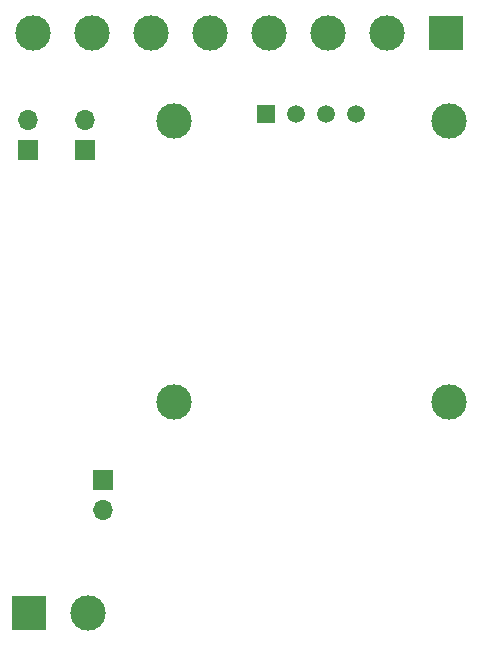
<source format=gbs>
G04 #@! TF.GenerationSoftware,KiCad,Pcbnew,9.0.0*
G04 #@! TF.CreationDate,2025-03-14T10:33:54+00:00*
G04 #@! TF.ProjectId,paxtogeddon-pcb,70617874-6f67-4656-9464-6f6e2d706362,rev?*
G04 #@! TF.SameCoordinates,Original*
G04 #@! TF.FileFunction,Soldermask,Bot*
G04 #@! TF.FilePolarity,Negative*
%FSLAX46Y46*%
G04 Gerber Fmt 4.6, Leading zero omitted, Abs format (unit mm)*
G04 Created by KiCad (PCBNEW 9.0.0) date 2025-03-14 10:33:54*
%MOMM*%
%LPD*%
G01*
G04 APERTURE LIST*
%ADD10R,3.000000X3.000000*%
%ADD11C,3.000000*%
%ADD12R,1.508000X1.508000*%
%ADD13C,1.508000*%
%ADD14O,1.700000X1.700000*%
%ADD15R,1.700000X1.700000*%
G04 APERTURE END LIST*
D10*
X70900000Y-26500000D03*
D11*
X65900000Y-26500000D03*
X60900000Y-26500000D03*
X55900000Y-26500000D03*
X50900000Y-26500000D03*
X45900000Y-26500000D03*
X40900000Y-26500000D03*
X35900000Y-26500000D03*
D10*
X35567500Y-75567500D03*
D11*
X40567500Y-75567500D03*
D12*
X55660000Y-33300000D03*
D13*
X58200000Y-33300000D03*
X60740000Y-33300000D03*
X63280000Y-33300000D03*
D11*
X47820000Y-33900000D03*
X71120000Y-33900000D03*
X71120000Y-57700000D03*
X47820000Y-57700000D03*
D14*
X41800000Y-66865000D03*
D15*
X41800000Y-64325000D03*
X40300000Y-36375000D03*
D14*
X40300000Y-33835000D03*
D15*
X35500000Y-36375000D03*
D14*
X35500000Y-33835000D03*
M02*

</source>
